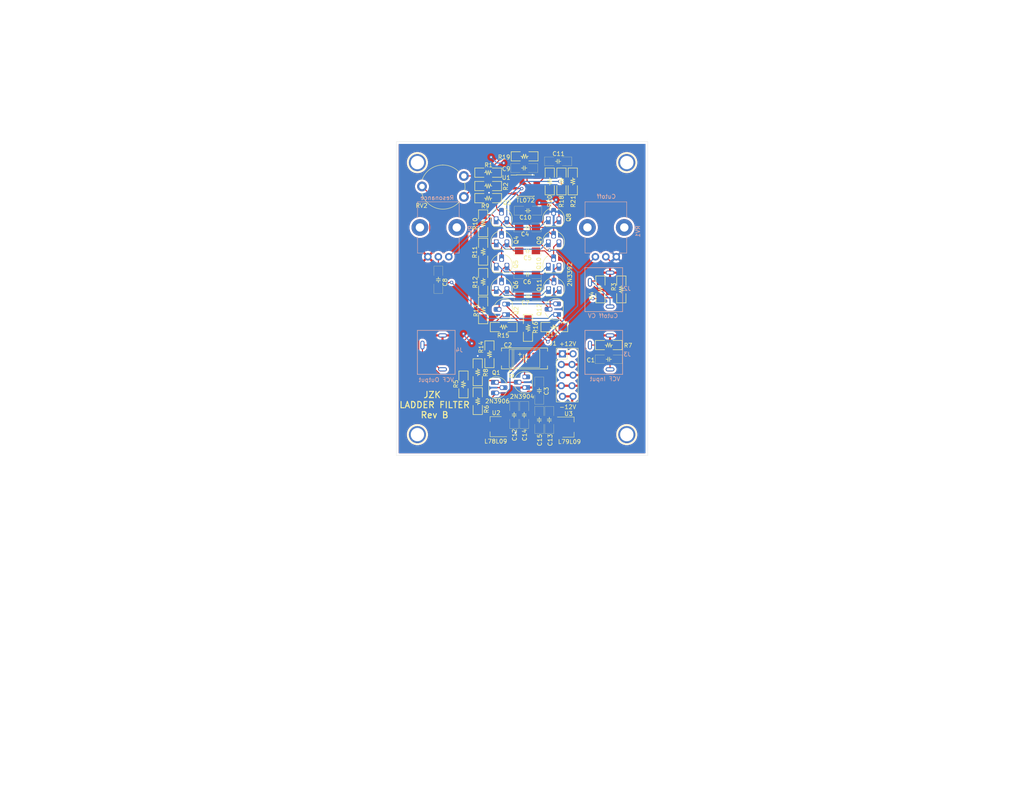
<source format=kicad_pcb>
(kicad_pcb (version 20171130) (host pcbnew "(5.1.0)-1")
  (layers (0 F.Cu signal) (31 B.Cu signal) (34 B.Paste user) (35 F.Paste user) (36 B.SilkS user) (37 F.SilkS user) (38 B.Mask user) (39 F.Mask user) (44 Edge.Cuts user))
  (net 0 "")
  (net 1 "Net-(C1-Pad1)")
  (net 2 "Net-(C1-Pad2)")
  (net 3 "Net-(C2-Pad1)")
  (net 4 GND)
  (net 5 "Net-(C3-Pad1)")
  (net 6 "Net-(C4-Pad2)")
  (net 7 "Net-(C4-Pad1)")
  (net 8 "Net-(C5-Pad1)")
  (net 9 "Net-(C5-Pad2)")
  (net 10 "Net-(C6-Pad1)")
  (net 11 "Net-(C6-Pad2)")
  (net 12 "Net-(C7-Pad2)")
  (net 13 "Net-(C7-Pad1)")
  (net 14 "Net-(C8-Pad2)")
  (net 15 "Net-(C8-Pad1)")
  (net 16 +12V)
  (net 17 -12V)
  (net 18 VCF_Out)
  (net 19 "Net-(C11-Pad2)")
  (net 20 Cutoff_CV)
  (net 21 VCF_In)
  (net 22 "Net-(Q1-Pad2)")
  (net 23 "Net-(Q12-Pad3)")
  (net 24 "Net-(Q3-Pad1)")
  (net 25 "Net-(Q4-Pad1)")
  (net 26 "Net-(Q10-Pad1)")
  (net 27 "Net-(Q11-Pad1)")
  (net 28 "Net-(Q7-Pad3)")
  (net 29 "Net-(R1-Pad1)")
  (net 30 "Net-(R2-Pad1)")
  (net 31 "Net-(R3-Pad2)")
  (net 32 "Net-(R5-Pad2)")
  (net 33 "Net-(R18-Pad2)")
  (net 34 "Net-(R19-Pad1)")
  (net 35 "Net-(R19-Pad2)")
  (net 36 +9V)
  (net 37 -9V)
  (net 38 "Net-(CN1-Pad1)")
  (net 39 "Net-(CN2-Pad1)")
  (net 40 "Net-(CN3-Pad1)")
  (net 41 "Net-(CN4-Pad1)")
  (module Synth:C_1206 (layer F.Cu) (at 150.7 92)
    (fp_text reference C1 (at -4.3 0.2) (layer F.SilkS))
    (fp_text value 2.2uF)
    (pad 2 smd rect (at 2 0) (size 2 1.6) (layers F.Cu F.Paste F.Mask) (net 2 "Net-(C1-Pad2)"))
    (pad 1 smd rect (at -2 0) (size 2 1.6) (layers F.Cu F.Paste F.Mask) (net 1 "Net-(C1-Pad1)"))
  )
  (module Synth:CP_Tantalum_7343 (layer F.Cu) (at 130.575 91.8)
    (fp_text reference C2 (at -3.975 -3.2) (layer F.SilkS))
    (fp_text value 100uF)
    (fp_text user + (at -1.1 -1.05) (layer F.SilkS))
    (pad 2 smd rect (at 3.775 0) (size 3.75 2.7) (layers F.Cu F.Paste F.Mask) (net 4 GND))
    (pad 1 smd rect (at -3.775 0) (size 3.75 2.7) (layers F.Cu F.Paste F.Mask) (net 3 "Net-(C2-Pad1)"))
  )
  (module Synth:C_1206 (layer F.Cu) (at 134.1 99.5 270)
    (fp_text reference C3 (at 0.1 -1.7 270) (layer F.SilkS))
    (fp_text value 0.1uF)
    (pad 2 smd rect (at 2 0 270) (size 2 1.6) (layers F.Cu F.Paste F.Mask) (net 4 GND))
    (pad 1 smd rect (at -2 0 270) (size 2 1.6) (layers F.Cu F.Paste F.Mask) (net 5 "Net-(C3-Pad1)"))
  )
  (module Synth:C_1206 (layer F.Cu) (at 131.3 60.5 180)
    (fp_text reference C4 (at 0.6 -1.6 180) (layer F.SilkS))
    (fp_text value 0.1uF)
    (pad 2 smd rect (at 2 0 180) (size 2 1.6) (layers F.Cu F.Paste F.Mask) (net 6 "Net-(C4-Pad2)"))
    (pad 1 smd rect (at -2 0 180) (size 2 1.6) (layers F.Cu F.Paste F.Mask) (net 7 "Net-(C4-Pad1)"))
  )
  (module Synth:C_1206 (layer F.Cu) (at 131.3 66.1 180)
    (fp_text reference C5 (at 0 -1.7 180) (layer F.SilkS))
    (fp_text value 0.1uF)
    (pad 2 smd rect (at 2 0 180) (size 2 1.6) (layers F.Cu F.Paste F.Mask) (net 9 "Net-(C5-Pad2)"))
    (pad 1 smd rect (at -2 0 180) (size 2 1.6) (layers F.Cu F.Paste F.Mask) (net 8 "Net-(C5-Pad1)"))
  )
  (module Synth:C_1206 (layer F.Cu) (at 131.3 71.7 180)
    (fp_text reference C6 (at 0.1 -1.8 180) (layer F.SilkS))
    (fp_text value 0.1uF)
    (pad 2 smd rect (at 2 0 180) (size 2 1.6) (layers F.Cu F.Paste F.Mask) (net 11 "Net-(C6-Pad2)"))
    (pad 1 smd rect (at -2 0 180) (size 2 1.6) (layers F.Cu F.Paste F.Mask) (net 10 "Net-(C6-Pad1)"))
  )
  (module Synth:C_1206 (layer F.Cu) (at 131.4 76.9 180)
    (fp_text reference C7 (at 0.6 -1.6 180) (layer F.SilkS))
    (fp_text value 0.1uF)
    (pad 2 smd rect (at 2 0 180) (size 2 1.6) (layers F.Cu F.Paste F.Mask) (net 12 "Net-(C7-Pad2)"))
    (pad 1 smd rect (at -2 0 180) (size 2 1.6) (layers F.Cu F.Paste F.Mask) (net 13 "Net-(C7-Pad1)"))
  )
  (module Synth:C_1206 (layer F.Cu) (at 110 73 270)
    (fp_text reference C8 (at 0.6 -1.6 270) (layer F.SilkS))
    (fp_text value 2.2uF)
    (pad 2 smd rect (at 2 0 270) (size 2 1.6) (layers F.Cu F.Paste F.Mask) (net 14 "Net-(C8-Pad2)"))
    (pad 1 smd rect (at -2 0 270) (size 2 1.6) (layers F.Cu F.Paste F.Mask) (net 15 "Net-(C8-Pad1)"))
  )
  (module Synth:C_1206 (layer F.Cu) (at 130.5 46.3 180)
    (fp_text reference C9 (at 4.3 -0.2 180) (layer F.SilkS))
    (fp_text value 0.1uF)
    (pad 2 smd rect (at 2 0 180) (size 2 1.6) (layers F.Cu F.Paste F.Mask) (net 4 GND))
    (pad 1 smd rect (at -2 0 180) (size 2 1.6) (layers F.Cu F.Paste F.Mask) (net 36 +9V))
  )
  (module Synth:C_1206 (layer F.Cu) (at 131.4 56.5 180)
    (fp_text reference C10 (at 0.6 -1.6 180) (layer F.SilkS))
    (fp_text value 0.1uF)
    (pad 2 smd rect (at 2 0 180) (size 2 1.6) (layers F.Cu F.Paste F.Mask) (net 37 -9V))
    (pad 1 smd rect (at -2 0 180) (size 2 1.6) (layers F.Cu F.Paste F.Mask) (net 4 GND))
  )
  (module Synth:C_1206 (layer F.Cu) (at 138.6 44.7 180)
    (fp_text reference C11 (at -0.1 1.8 180) (layer F.SilkS))
    (fp_text value 2.2uF)
    (pad 2 smd rect (at 2 0 180) (size 2 1.6) (layers F.Cu F.Paste F.Mask) (net 19 "Net-(C11-Pad2)"))
    (pad 1 smd rect (at -2 0 180) (size 2 1.6) (layers F.Cu F.Paste F.Mask) (net 18 VCF_Out))
  )
  (module Synth:PinHeader_2x05_P2.54mm_Vertical_Zigzag (layer F.Cu) (at 139.5 90.7)
    (fp_text reference J1 (at -2.1 -2.5) (layer F.SilkS))
    (fp_text value Power)
    (pad 1 thru_hole rect (at 0.127 0) (size 1.7 1.7) (drill 1) (layers *.Cu *.Mask) (net 16 +12V))
    (pad 2 thru_hole oval (at 2.667 0) (size 1.7 1.7) (drill 1) (layers *.Cu *.Mask) (net 16 +12V))
    (pad 3 thru_hole oval (at -0.127 2.54) (size 1.7 1.7) (drill 1) (layers *.Cu *.Mask) (net 4 GND))
    (pad 4 thru_hole oval (at 2.413 2.54) (size 1.7 1.7) (drill 1) (layers *.Cu *.Mask) (net 4 GND))
    (pad 5 thru_hole oval (at 0.127 5.08) (size 1.7 1.7) (drill 1) (layers *.Cu *.Mask) (net 4 GND))
    (pad 6 thru_hole oval (at 2.667 5.08) (size 1.7 1.7) (drill 1) (layers *.Cu *.Mask) (net 4 GND))
    (pad 7 thru_hole oval (at -0.127 7.62) (size 1.7 1.7) (drill 1) (layers *.Cu *.Mask) (net 4 GND))
    (pad 8 thru_hole oval (at 2.413 7.62) (size 1.7 1.7) (drill 1) (layers *.Cu *.Mask) (net 4 GND))
    (pad 9 thru_hole oval (at 0.127 10.16) (size 1.7 1.7) (drill 1) (layers *.Cu *.Mask) (net 17 -12V))
    (pad 10 thru_hole oval (at 2.667 10.16) (size 1.7 1.7) (drill 1) (layers *.Cu *.Mask) (net 17 -12V))
  )
  (module Package_TO_SOT_THT:TO-92_HandSolder (layer F.Cu) (at 123.9 97.5 270)
    (fp_text reference Q1 (at -2.3 0.1) (layer F.SilkS))
    (fp_text value 2N3906 (at 4.5 -0.2) (layer F.SilkS))
    (pad 1 thru_hole rect (at 0 0 270) (size 1.1 1.8) (drill 0.75 (offset 0 0.4)) (layers *.Cu *.Mask) (net 5 "Net-(C3-Pad1)"))
    (pad 3 thru_hole roundrect (at 2.54 0 270) (size 1.1 1.8) (drill 0.75 (offset 0 0.4)) (layers *.Cu *.Mask) (net 37 -9V))
    (pad 2 thru_hole roundrect (at 1.27 -1.27 270) (size 1.1 1.8) (drill 0.75 (offset 0 -0.4)) (layers *.Cu *.Mask) (net 22 "Net-(Q1-Pad2)"))
  )
  (module Package_TO_SOT_THT:TO-92_HandSolder (layer F.Cu) (at 125.8 81.34 90)
    (fp_text reference Q2 (at 0.94 2.8 90) (layer F.SilkS))
    (fp_text value 2N3392)
    (pad 1 thru_hole rect (at 0 0 90) (size 1.1 1.8) (drill 0.75 (offset 0 0.4)) (layers *.Cu *.Mask) (net 1 "Net-(C1-Pad1)"))
    (pad 3 thru_hole roundrect (at 2.54 0 90) (size 1.1 1.8) (drill 0.75 (offset 0 0.4)) (layers *.Cu *.Mask) (net 23 "Net-(Q12-Pad3)"))
    (pad 2 thru_hole roundrect (at 1.27 -1.27 90) (size 1.1 1.8) (drill 0.75 (offset 0 -0.4)) (layers *.Cu *.Mask) (net 12 "Net-(C7-Pad2)"))
  )
  (module Package_TO_SOT_THT:TO-92_HandSolder (layer F.Cu) (at 123.8 58.4)
    (fp_text reference Q3 (at 2.6 -3.8 180) (layer F.SilkS))
    (fp_text value 2N3392)
    (pad 1 thru_hole rect (at 0 0) (size 1.1 1.8) (drill 0.75 (offset 0 0.4)) (layers *.Cu *.Mask) (net 24 "Net-(Q3-Pad1)"))
    (pad 3 thru_hole roundrect (at 2.54 0) (size 1.1 1.8) (drill 0.75 (offset 0 0.4)) (layers *.Cu *.Mask) (net 6 "Net-(C4-Pad2)"))
    (pad 2 thru_hole roundrect (at 1.27 -1.27) (size 1.1 1.8) (drill 0.75 (offset 0 -0.4)) (layers *.Cu *.Mask) (net 36 +9V))
  )
  (module Package_TO_SOT_THT:TO-92_HandSolder (layer F.Cu) (at 123.83 63.9)
    (fp_text reference Q4 (at 4.77 -0.4 90) (layer F.SilkS))
    (fp_text value 2N3392)
    (pad 1 thru_hole rect (at 0 0) (size 1.1 1.8) (drill 0.75 (offset 0 0.4)) (layers *.Cu *.Mask) (net 25 "Net-(Q4-Pad1)"))
    (pad 3 thru_hole roundrect (at 2.54 0) (size 1.1 1.8) (drill 0.75 (offset 0 0.4)) (layers *.Cu *.Mask) (net 9 "Net-(C5-Pad2)"))
    (pad 2 thru_hole roundrect (at 1.27 -1.27) (size 1.1 1.8) (drill 0.75 (offset 0 -0.4)) (layers *.Cu *.Mask) (net 6 "Net-(C4-Pad2)"))
  )
  (module Package_TO_SOT_THT:TO-92_HandSolder (layer F.Cu) (at 123.83 69.47)
    (fp_text reference Q5 (at 4.67 -0.17 90) (layer F.SilkS))
    (fp_text value 2N3392)
    (pad 1 thru_hole rect (at 0 0) (size 1.1 1.8) (drill 0.75 (offset 0 0.4)) (layers *.Cu *.Mask) (net 26 "Net-(Q10-Pad1)"))
    (pad 3 thru_hole roundrect (at 2.54 0) (size 1.1 1.8) (drill 0.75 (offset 0 0.4)) (layers *.Cu *.Mask) (net 11 "Net-(C6-Pad2)"))
    (pad 2 thru_hole roundrect (at 1.27 -1.27) (size 1.1 1.8) (drill 0.75 (offset 0 -0.4)) (layers *.Cu *.Mask) (net 9 "Net-(C5-Pad2)"))
  )
  (module Package_TO_SOT_THT:TO-92_HandSolder (layer F.Cu) (at 123.83 75.07)
    (fp_text reference Q6 (at 4.67 -0.87 90) (layer F.SilkS))
    (fp_text value 2N3392)
    (pad 1 thru_hole rect (at 0 0) (size 1.1 1.8) (drill 0.75 (offset 0 0.4)) (layers *.Cu *.Mask) (net 27 "Net-(Q11-Pad1)"))
    (pad 3 thru_hole roundrect (at 2.54 0) (size 1.1 1.8) (drill 0.75 (offset 0 0.4)) (layers *.Cu *.Mask) (net 12 "Net-(C7-Pad2)"))
    (pad 2 thru_hole roundrect (at 1.27 -1.27) (size 1.1 1.8) (drill 0.75 (offset 0 -0.4)) (layers *.Cu *.Mask) (net 11 "Net-(C6-Pad2)"))
  )
  (module Package_TO_SOT_THT:TO-92_HandSolder (layer F.Cu) (at 130.6 98.74 90)
    (fp_text reference Q7 (at 3.24 -3.1 90) (layer F.SilkS))
    (fp_text value 2N3904 (at -2.16 -0.6 180) (layer F.SilkS))
    (pad 1 thru_hole rect (at 0 0 90) (size 1.1 1.8) (drill 0.75 (offset 0 0.4)) (layers *.Cu *.Mask) (net 4 GND))
    (pad 3 thru_hole roundrect (at 2.54 0 90) (size 1.1 1.8) (drill 0.75 (offset 0 0.4)) (layers *.Cu *.Mask) (net 28 "Net-(Q7-Pad3)"))
    (pad 2 thru_hole roundrect (at 1.27 -1.27 90) (size 1.1 1.8) (drill 0.75 (offset 0 -0.4)) (layers *.Cu *.Mask) (net 5 "Net-(C3-Pad1)"))
  )
  (module Package_TO_SOT_THT:TO-92_HandSolder (layer F.Cu) (at 136.26 58.4)
    (fp_text reference Q8 (at 4.84 -0.3 90) (layer F.SilkS))
    (fp_text value 2N3392)
    (pad 1 thru_hole rect (at 0 0) (size 1.1 1.8) (drill 0.75 (offset 0 0.4)) (layers *.Cu *.Mask) (net 24 "Net-(Q3-Pad1)"))
    (pad 3 thru_hole roundrect (at 2.54 0) (size 1.1 1.8) (drill 0.75 (offset 0 0.4)) (layers *.Cu *.Mask) (net 7 "Net-(C4-Pad1)"))
    (pad 2 thru_hole roundrect (at 1.27 -1.27) (size 1.1 1.8) (drill 0.75 (offset 0 -0.4)) (layers *.Cu *.Mask) (net 36 +9V))
  )
  (module Package_TO_SOT_THT:TO-92_HandSolder (layer F.Cu) (at 136.26 63.9)
    (fp_text reference Q9 (at -2.16 -0.3 90) (layer F.SilkS))
    (fp_text value 2N3392)
    (pad 1 thru_hole rect (at 0 0) (size 1.1 1.8) (drill 0.75 (offset 0 0.4)) (layers *.Cu *.Mask) (net 25 "Net-(Q4-Pad1)"))
    (pad 3 thru_hole roundrect (at 2.54 0) (size 1.1 1.8) (drill 0.75 (offset 0 0.4)) (layers *.Cu *.Mask) (net 8 "Net-(C5-Pad1)"))
    (pad 2 thru_hole roundrect (at 1.27 -1.27) (size 1.1 1.8) (drill 0.75 (offset 0 -0.4)) (layers *.Cu *.Mask) (net 7 "Net-(C4-Pad1)"))
  )
  (module Package_TO_SOT_THT:TO-92_HandSolder (layer F.Cu) (at 136.26 69.5)
    (fp_text reference Q10 (at -2.26 -0.4 90) (layer F.SilkS))
    (fp_text value 2N3392 (at 5.14 2.2 90) (layer F.SilkS))
    (pad 1 thru_hole rect (at 0 0) (size 1.1 1.8) (drill 0.75 (offset 0 0.4)) (layers *.Cu *.Mask) (net 26 "Net-(Q10-Pad1)"))
    (pad 3 thru_hole roundrect (at 2.54 0) (size 1.1 1.8) (drill 0.75 (offset 0 0.4)) (layers *.Cu *.Mask) (net 10 "Net-(C6-Pad1)"))
    (pad 2 thru_hole roundrect (at 1.27 -1.27) (size 1.1 1.8) (drill 0.75 (offset 0 -0.4)) (layers *.Cu *.Mask) (net 8 "Net-(C5-Pad1)"))
  )
  (module Package_TO_SOT_THT:TO-92_HandSolder (layer F.Cu) (at 136.33 75.07)
    (fp_text reference Q11 (at -2.23 -0.77 90) (layer F.SilkS))
    (fp_text value 2N3392)
    (pad 1 thru_hole rect (at 0 0) (size 1.1 1.8) (drill 0.75 (offset 0 0.4)) (layers *.Cu *.Mask) (net 27 "Net-(Q11-Pad1)"))
    (pad 3 thru_hole roundrect (at 2.54 0) (size 1.1 1.8) (drill 0.75 (offset 0 0.4)) (layers *.Cu *.Mask) (net 13 "Net-(C7-Pad1)"))
    (pad 2 thru_hole roundrect (at 1.27 -1.27) (size 1.1 1.8) (drill 0.75 (offset 0 -0.4)) (layers *.Cu *.Mask) (net 10 "Net-(C6-Pad1)"))
  )
  (module Package_TO_SOT_THT:TO-92_HandSolder (layer F.Cu) (at 137.97 81.3 90)
    (fp_text reference Q12 (at 1.1 -3.87 90) (layer F.SilkS))
    (fp_text value 2N3392)
    (pad 1 thru_hole rect (at 0 0 90) (size 1.1 1.8) (drill 0.75 (offset 0 0.4)) (layers *.Cu *.Mask) (net 14 "Net-(C8-Pad2)"))
    (pad 3 thru_hole roundrect (at 2.54 0 90) (size 1.1 1.8) (drill 0.75 (offset 0 0.4)) (layers *.Cu *.Mask) (net 23 "Net-(Q12-Pad3)"))
    (pad 2 thru_hole roundrect (at 1.27 -1.27 90) (size 1.1 1.8) (drill 0.75 (offset 0 -0.4)) (layers *.Cu *.Mask) (net 13 "Net-(C7-Pad1)"))
  )
  (module Synth:R_1206 (layer F.Cu) (at 121.9 47.4)
    (fp_text reference R1 (at 0.1 -1.8) (layer F.SilkS))
    (fp_text value 4.99k)
    (pad 2 smd rect (at 2 0) (size 2 1.7) (layers F.Cu F.Paste F.Mask) (net 4 GND))
    (pad 1 smd rect (at -2 0) (size 2 1.7) (layers F.Cu F.Paste F.Mask) (net 29 "Net-(R1-Pad1)"))
  )
  (module Synth:R_1206 (layer F.Cu) (at 121.9 50.6)
    (fp_text reference R2 (at 4.2 0.1 90) (layer F.SilkS))
    (fp_text value 4.99k)
    (pad 2 smd rect (at 2 0) (size 2 1.7) (layers F.Cu F.Paste F.Mask) (net 37 -9V))
    (pad 1 smd rect (at -2 0) (size 2 1.7) (layers F.Cu F.Paste F.Mask) (net 30 "Net-(R2-Pad1)"))
  )
  (module Synth:R_1206 (layer F.Cu) (at 153.7 75.3 90)
    (fp_text reference R3 (at 0.6 -1.8 90) (layer F.SilkS))
    (fp_text value 100k)
    (pad 2 smd rect (at 2 0 90) (size 2 1.7) (layers F.Cu F.Paste F.Mask) (net 31 "Net-(R3-Pad2)"))
    (pad 1 smd rect (at -2 0 90) (size 2 1.7) (layers F.Cu F.Paste F.Mask) (net 22 "Net-(Q1-Pad2)"))
  )
  (module Synth:R_1206 (layer F.Cu) (at 148.7 75.3 90)
    (fp_text reference R4 (at -1.5 -2.1 90) (layer F.SilkS))
    (fp_text value 33k)
    (pad 2 smd rect (at 2 0 90) (size 2 1.7) (layers F.Cu F.Paste F.Mask) (net 20 Cutoff_CV))
    (pad 1 smd rect (at -2 0 90) (size 2 1.7) (layers F.Cu F.Paste F.Mask) (net 22 "Net-(Q1-Pad2)"))
  )
  (module Synth:R_1206 (layer F.Cu) (at 116 98 90)
    (fp_text reference R5 (at 0.1 -1.8 90) (layer F.SilkS))
    (fp_text value 68.1k)
    (pad 2 smd rect (at 2 0 90) (size 2 1.7) (layers F.Cu F.Paste F.Mask) (net 32 "Net-(R5-Pad2)"))
    (pad 1 smd rect (at -2 0 90) (size 2 1.7) (layers F.Cu F.Paste F.Mask) (net 22 "Net-(Q1-Pad2)"))
  )
  (module Synth:R_1206 (layer F.Cu) (at 119.4 102 270)
    (fp_text reference R6 (at 1.9 -2.1 270) (layer F.SilkS))
    (fp_text value 1.0k)
    (pad 2 smd rect (at 2 0 270) (size 2 1.7) (layers F.Cu F.Paste F.Mask) (net 4 GND))
    (pad 1 smd rect (at -2 0 270) (size 2 1.7) (layers F.Cu F.Paste F.Mask) (net 22 "Net-(Q1-Pad2)"))
  )
  (module Synth:R_1206 (layer F.Cu) (at 150.7 88.6 180)
    (fp_text reference R7 (at -4.6 -0.1 180) (layer F.SilkS))
    (fp_text value 100k)
    (pad 2 smd rect (at 2 0 180) (size 2 1.7) (layers F.Cu F.Paste F.Mask) (net 21 VCF_In))
    (pad 1 smd rect (at -2 0 180) (size 2 1.7) (layers F.Cu F.Paste F.Mask) (net 2 "Net-(C1-Pad2)"))
  )
  (module Synth:R_1206 (layer F.Cu) (at 119.4 95.1 270)
    (fp_text reference R8 (at 0.1 -1.9 270) (layer F.SilkS))
    (fp_text value 12k)
    (pad 2 smd rect (at 2 0 270) (size 2 1.7) (layers F.Cu F.Paste F.Mask) (net 5 "Net-(C3-Pad1)"))
    (pad 1 smd rect (at -2 0 270) (size 2 1.7) (layers F.Cu F.Paste F.Mask) (net 36 +9V))
  )
  (module Synth:R_1206 (layer F.Cu) (at 121.9 53.5 180)
    (fp_text reference R9 (at 0.7 -1.9 180) (layer F.SilkS))
    (fp_text value 2.74k)
    (pad 2 smd rect (at 2 0 180) (size 2 1.7) (layers F.Cu F.Paste F.Mask) (net 24 "Net-(Q3-Pad1)"))
    (pad 1 smd rect (at -2 0 180) (size 2 1.7) (layers F.Cu F.Paste F.Mask) (net 36 +9V))
  )
  (module Synth:R_1206 (layer F.Cu) (at 120.7 59.5 270)
    (fp_text reference R10 (at 0.1 1.9 270) (layer F.SilkS))
    (fp_text value 1.0k)
    (pad 2 smd rect (at 2 0 270) (size 2 1.7) (layers F.Cu F.Paste F.Mask) (net 25 "Net-(Q4-Pad1)"))
    (pad 1 smd rect (at -2 0 270) (size 2 1.7) (layers F.Cu F.Paste F.Mask) (net 24 "Net-(Q3-Pad1)"))
  )
  (module Synth:R_1206 (layer F.Cu) (at 120.7 66.3 270)
    (fp_text reference R11 (at 0.1 2 270) (layer F.SilkS))
    (fp_text value 1.0k)
    (pad 2 smd rect (at 2 0 270) (size 2 1.7) (layers F.Cu F.Paste F.Mask) (net 26 "Net-(Q10-Pad1)"))
    (pad 1 smd rect (at -2 0 270) (size 2 1.7) (layers F.Cu F.Paste F.Mask) (net 25 "Net-(Q4-Pad1)"))
  )
  (module Synth:R_1206 (layer F.Cu) (at 120.7 73.5 270)
    (fp_text reference R12 (at 0.1 1.9 270) (layer F.SilkS))
    (fp_text value 1.0k)
    (pad 2 smd rect (at 2 0 270) (size 2 1.7) (layers F.Cu F.Paste F.Mask) (net 27 "Net-(Q11-Pad1)"))
    (pad 1 smd rect (at -2 0 270) (size 2 1.7) (layers F.Cu F.Paste F.Mask) (net 26 "Net-(Q10-Pad1)"))
  )
  (module Synth:R_1206 (layer F.Cu) (at 120.7 80.3 270)
    (fp_text reference R13 (at 0.1 1.7 270) (layer F.SilkS))
    (fp_text value 1.0k)
    (pad 2 smd rect (at 2 0 270) (size 2 1.7) (layers F.Cu F.Paste F.Mask) (net 3 "Net-(C2-Pad1)"))
    (pad 1 smd rect (at -2 0 270) (size 2 1.7) (layers F.Cu F.Paste F.Mask) (net 27 "Net-(Q11-Pad1)"))
  )
  (module Synth:R_1206 (layer F.Cu) (at 122.2 90.8 270)
    (fp_text reference R14 (at -1.7 2 270) (layer F.SilkS))
    (fp_text value 2.74k)
    (pad 2 smd rect (at 2 0 270) (size 2 1.7) (layers F.Cu F.Paste F.Mask) (net 4 GND))
    (pad 1 smd rect (at -2 0 270) (size 2 1.7) (layers F.Cu F.Paste F.Mask) (net 3 "Net-(C2-Pad1)"))
  )
  (module Synth:R_1206 (layer F.Cu) (at 125.6 84.3)
    (fp_text reference R15 (at -0.1 2) (layer F.SilkS))
    (fp_text value 1.0k)
    (pad 2 smd rect (at 2 0) (size 2 1.7) (layers F.Cu F.Paste F.Mask) (net 3 "Net-(C2-Pad1)"))
    (pad 1 smd rect (at -2 0) (size 2 1.7) (layers F.Cu F.Paste F.Mask) (net 1 "Net-(C1-Pad1)"))
  )
  (module Synth:R_1206 (layer F.Cu) (at 131.4 84.5 270)
    (fp_text reference R16 (at -0.1 -1.8 270) (layer F.SilkS))
    (fp_text value 1.0k)
    (pad 2 smd rect (at 2 0 270) (size 2 1.7) (layers F.Cu F.Paste F.Mask) (net 28 "Net-(Q7-Pad3)"))
    (pad 1 smd rect (at -2 0 270) (size 2 1.7) (layers F.Cu F.Paste F.Mask) (net 23 "Net-(Q12-Pad3)"))
  )
  (module Synth:R_1206 (layer F.Cu) (at 137.7 84.3 180)
    (fp_text reference R17 (at 0.6 -1.8 180) (layer F.SilkS))
    (fp_text value 1.0k)
    (pad 2 smd rect (at 2 0 180) (size 2 1.7) (layers F.Cu F.Paste F.Mask) (net 3 "Net-(C2-Pad1)"))
    (pad 1 smd rect (at -2 0 180) (size 2 1.7) (layers F.Cu F.Paste F.Mask) (net 14 "Net-(C8-Pad2)"))
  )
  (module Synth:R_1206 (layer F.Cu) (at 139.4 49.5 270)
    (fp_text reference R18 (at 4.8 0 270) (layer F.SilkS))
    (fp_text value 12k)
    (pad 2 smd rect (at 2 0 270) (size 2 1.7) (layers F.Cu F.Paste F.Mask) (net 33 "Net-(R18-Pad2)"))
    (pad 1 smd rect (at -2 0 270) (size 2 1.7) (layers F.Cu F.Paste F.Mask) (net 19 "Net-(C11-Pad2)"))
  )
  (module Synth:R_1206 (layer F.Cu) (at 130.6 43.5 180)
    (fp_text reference R19 (at 4.9 -0.2 180) (layer F.SilkS))
    (fp_text value 100)
    (pad 2 smd rect (at 2 0 180) (size 2 1.7) (layers F.Cu F.Paste F.Mask) (net 35 "Net-(R19-Pad2)"))
    (pad 1 smd rect (at -2 0 180) (size 2 1.7) (layers F.Cu F.Paste F.Mask) (net 34 "Net-(R19-Pad1)"))
  )
  (module Synth:R_1206 (layer F.Cu) (at 136.6 49.5 270)
    (fp_text reference R20 (at 4.7 0 270) (layer F.SilkS))
    (fp_text value 6.81k)
    (pad 2 smd rect (at 2 0 270) (size 2 1.7) (layers F.Cu F.Paste F.Mask) (net 34 "Net-(R19-Pad1)"))
    (pad 1 smd rect (at -2 0 270) (size 2 1.7) (layers F.Cu F.Paste F.Mask) (net 19 "Net-(C11-Pad2)"))
  )
  (module Synth:R_1206 (layer F.Cu) (at 142.1 49.5 270)
    (fp_text reference R21 (at 4.8 -0.1 270) (layer F.SilkS))
    (fp_text value 100k)
    (pad 2 smd rect (at 2 0 270) (size 2 1.7) (layers F.Cu F.Paste F.Mask) (net 4 GND))
    (pad 1 smd rect (at -2 0 270) (size 2 1.7) (layers F.Cu F.Paste F.Mask) (net 18 VCF_Out))
  )
  (module Potentiometer_THT:Potentiometer_Piher_PT-10-V10_Vertical (layer F.Cu) (at 116.1 48.2 180)
    (fp_text reference RV2 (at 10.1 -7.1 180) (layer F.SilkS))
    (fp_text value 10k)
    (pad 1 thru_hole circle (at 0 0 180) (size 2.34 2.34) (drill 1.3) (layers *.Cu *.Mask) (net 29 "Net-(R1-Pad1)"))
    (pad 2 thru_hole circle (at 10 -2.5 180) (size 2.34 2.34) (drill 1.3) (layers *.Cu *.Mask) (net 32 "Net-(R5-Pad2)"))
    (pad 3 thru_hole circle (at 0 -5 180) (size 2.34 2.34) (drill 1.3) (layers *.Cu *.Mask) (net 30 "Net-(R2-Pad1)"))
  )
  (module Package_SO:SOIC-8_3.9x4.9mm_P1.27mm (layer F.Cu) (at 130.8 50.505)
    (fp_text reference U1 (at -4.6 -1.905) (layer F.SilkS))
    (fp_text value TL072 (at 0 3.5) (layer F.SilkS))
    (pad 8 smd rect (at 2.7 -1.905) (size 1.55 0.6) (layers F.Cu F.Paste F.Mask) (net 36 +9V))
    (pad 7 smd rect (at 2.7 -0.635) (size 1.55 0.6) (layers F.Cu F.Paste F.Mask) (net 19 "Net-(C11-Pad2)"))
    (pad 6 smd rect (at 2.7 0.635) (size 1.55 0.6) (layers F.Cu F.Paste F.Mask) (net 34 "Net-(R19-Pad1)"))
    (pad 5 smd rect (at 2.7 1.905) (size 1.55 0.6) (layers F.Cu F.Paste F.Mask) (net 7 "Net-(C4-Pad1)"))
    (pad 4 smd rect (at -2.7 1.905) (size 1.55 0.6) (layers F.Cu F.Paste F.Mask) (net 37 -9V))
    (pad 3 smd rect (at -2.7 0.635) (size 1.55 0.6) (layers F.Cu F.Paste F.Mask) (net 6 "Net-(C4-Pad2)"))
    (pad 2 smd rect (at -2.7 -0.635) (size 1.55 0.6) (layers F.Cu F.Paste F.Mask) (net 35 "Net-(R19-Pad2)"))
    (pad 1 smd rect (at -2.7 -1.905) (size 1.55 0.6) (layers F.Cu F.Paste F.Mask) (net 35 "Net-(R19-Pad2)"))
  )
  (module Synth:C_1206 (layer F.Cu) (at 128.1 105.3 270)
    (fp_text reference C12 (at 4.8 -0.1 270) (layer F.SilkS))
    (fp_text value 2.2uF)
    (pad 2 smd rect (at 2 0 270) (size 2 1.6) (layers F.Cu F.Paste F.Mask) (net 4 GND))
    (pad 1 smd rect (at -2 0 270) (size 2 1.6) (layers F.Cu F.Paste F.Mask) (net 16 +12V))
  )
  (module Synth:C_1206 (layer F.Cu) (at 136.5 106.5 270)
    (fp_text reference C13 (at 4.8 -0.2 270) (layer F.SilkS))
    (fp_text value 2.2uF)
    (pad 2 smd rect (at 2 0 270) (size 2 1.6) (layers F.Cu F.Paste F.Mask) (net 17 -12V))
    (pad 1 smd rect (at -2 0 270) (size 2 1.6) (layers F.Cu F.Paste F.Mask) (net 4 GND))
  )
  (module Synth:C_1206 (layer F.Cu) (at 130.5 105.3 90)
    (fp_text reference C14 (at -4.8 0.1 90) (layer F.SilkS))
    (fp_text value 0.1uF)
    (pad 2 smd rect (at 2 0 90) (size 2 1.6) (layers F.Cu F.Paste F.Mask) (net 4 GND))
    (pad 1 smd rect (at -2 0 90) (size 2 1.6) (layers F.Cu F.Paste F.Mask) (net 36 +9V))
  )
  (module Synth:C_1206 (layer F.Cu) (at 134.1 106.5 270)
    (fp_text reference C15 (at 4.8 -0.1 270) (layer F.SilkS))
    (fp_text value 0.1uF)
    (pad 2 smd rect (at 2 0 270) (size 2 1.6) (layers F.Cu F.Paste F.Mask) (net 37 -9V))
    (pad 1 smd rect (at -2 0 270) (size 2 1.6) (layers F.Cu F.Paste F.Mask) (net 4 GND))
  )
  (module Package_TO_SOT_SMD:SOT-89-3 (layer F.Cu) (at 124.134 108.1 180)
    (fp_text reference U2 (at 0.3335 3.3 180) (layer F.SilkS))
    (fp_text value L78L09 (at 0.4335 -3.5 180) (layer F.SilkS))
    (pad 2 smd trapezoid (at -0.0762 0 270) (size 1.5 1) (rect_delta 0 0.7) (layers F.Cu F.Paste F.Mask) (net 4 GND))
    (pad 2 smd rect (at 1.3335 0 90) (size 2.2 1.84) (layers F.Cu F.Paste F.Mask) (net 4 GND))
    (pad 3 smd rect (at -1.48 1.5 90) (size 1 1.5) (layers F.Cu F.Paste F.Mask) (net 16 +12V))
    (pad 2 smd rect (at -1.3335 0 90) (size 1 1.8) (layers F.Cu F.Paste F.Mask) (net 4 GND))
    (pad 1 smd rect (at -1.48 -1.5 90) (size 1 1.5) (layers F.Cu F.Paste F.Mask) (net 36 +9V))
    (pad 2 smd trapezoid (at 2.667 0 90) (size 1.6 0.85) (rect_delta 0 0.6) (layers F.Cu F.Paste F.Mask) (net 4 GND))
  )
  (module Package_TO_SOT_SMD:SOT-89-3 (layer F.Cu) (at 140.634 108.2)
    (fp_text reference U3 (at 0.45 -3.2) (layer F.SilkS))
    (fp_text value L79L09 (at 0.6665 3.5) (layer F.SilkS))
    (pad 2 smd trapezoid (at -0.0762 0 90) (size 1.5 1) (rect_delta 0 0.7) (layers F.Cu F.Paste F.Mask) (net 17 -12V))
    (pad 2 smd rect (at 1.3335 0 270) (size 2.2 1.84) (layers F.Cu F.Paste F.Mask) (net 17 -12V))
    (pad 3 smd rect (at -1.48 1.5 270) (size 1 1.5) (layers F.Cu F.Paste F.Mask) (net 37 -9V))
    (pad 2 smd rect (at -1.3335 0 270) (size 1 1.8) (layers F.Cu F.Paste F.Mask) (net 17 -12V))
    (pad 1 smd rect (at -1.48 -1.5 270) (size 1 1.5) (layers F.Cu F.Paste F.Mask) (net 4 GND))
    (pad 2 smd trapezoid (at 2.667 0 270) (size 1.6 0.85) (rect_delta 0 0.6) (layers F.Cu F.Paste F.Mask) (net 17 -12V))
  )
  (module Synth:Schurter_4832_Jack (layer B.Cu) (at 150 75)
    (fp_text reference J2 (at 5.1 0.1) (layer B.SilkS) (effects (justify mirror)))
    (fp_text value 4832)
    (pad 3 thru_hole oval (at 1 4.4 90) (size 1 2.1) (drill oval 0.5 1.6) (layers *.Cu *.Mask) (net 20 Cutoff_CV))
    (pad 2 thru_hole oval (at -3.8 -1.4 180) (size 1 2.1) (drill oval 0.5 1.6) (layers *.Cu *.Mask) (net 20 Cutoff_CV))
    (pad 1 thru_hole oval (at 1 -3.7 270) (size 1 2.1) (drill oval 0.5 1.6) (layers *.Cu *.Mask) (net 4 GND))
  )
  (module Synth:Schurter_4832_Jack (layer B.Cu) (at 150 90)
    (fp_text reference J3 (at 5.1 0.8) (layer B.SilkS) (effects (justify mirror)))
    (fp_text value 4832)
    (pad 3 thru_hole oval (at 1 4.4 90) (size 1 2.1) (drill oval 0.5 1.6) (layers *.Cu *.Mask) (net 21 VCF_In))
    (pad 2 thru_hole oval (at -3.8 -1.4 180) (size 1 2.1) (drill oval 0.5 1.6) (layers *.Cu *.Mask) (net 21 VCF_In))
    (pad 1 thru_hole oval (at 1 -3.7 270) (size 1 2.1) (drill oval 0.5 1.6) (layers *.Cu *.Mask) (net 4 GND))
  )
  (module Synth:Schurter_4832_Jack (layer B.Cu) (at 110 90)
    (fp_text reference J4 (at 5 -0.2) (layer B.SilkS) (effects (justify mirror)))
    (fp_text value 4832)
    (pad 3 thru_hole oval (at 1 4.4 90) (size 1 2.1) (drill oval 0.5 1.6) (layers *.Cu *.Mask) (net 18 VCF_Out))
    (pad 2 thru_hole oval (at -3.8 -1.4 180) (size 1 2.1) (drill oval 0.5 1.6) (layers *.Cu *.Mask) (net 18 VCF_Out))
    (pad 1 thru_hole oval (at 1 -3.7 270) (size 1 2.1) (drill oval 0.5 1.6) (layers *.Cu *.Mask) (net 4 GND))
  )
  (module Synth:Potentiometer_Bourns_PTV09A-1_Single_Vertical (layer B.Cu) (at 150 60 90)
    (fp_text reference RV1 (at -1.45 7.65 90) (layer B.SilkS) (effects (justify mirror)))
    (fp_text value 10k)
    (pad 3 thru_hole circle (at -7.5 2.5 90) (size 1.8 1.8) (drill 1) (layers *.Cu *.Mask) (net 36 +9V))
    (pad 2 thru_hole circle (at -7.5 0 90) (size 1.8 1.8) (drill 1) (layers *.Cu *.Mask) (net 31 "Net-(R3-Pad2)"))
    (pad 1 thru_hole circle (at -7.5 -2.5 90) (size 1.8 1.8) (drill 1) (layers *.Cu *.Mask) (net 37 -9V))
    (pad "" np_thru_hole circle (at -0.5 4.4 90) (size 4 4) (drill 2) (layers *.Cu *.Mask))
    (pad "" np_thru_hole circle (at -0.5 -4.4 90) (size 4 4) (drill 2) (layers *.Cu *.Mask))
  )
  (module Synth:Potentiometer_Bourns_PTV09A-1_Single_Vertical (layer B.Cu) (at 110 60 90)
    (fp_text reference RV3 (at -1.45 7.65 90) (layer B.SilkS) (effects (justify mirror)))
    (fp_text value 10kA)
    (pad 3 thru_hole circle (at -7.5 2.5 90) (size 1.8 1.8) (drill 1) (layers *.Cu *.Mask) (net 33 "Net-(R18-Pad2)"))
    (pad 2 thru_hole circle (at -7.5 0 90) (size 1.8 1.8) (drill 1) (layers *.Cu *.Mask) (net 15 "Net-(C8-Pad1)"))
    (pad 1 thru_hole circle (at -7.5 -2.5 90) (size 1.8 1.8) (drill 1) (layers *.Cu *.Mask) (net 4 GND))
    (pad "" np_thru_hole circle (at -0.5 4.4 90) (size 4 4) (drill 2) (layers *.Cu *.Mask))
    (pad "" np_thru_hole circle (at -0.5 -4.4 90) (size 4 4) (drill 2) (layers *.Cu *.Mask))
  )
  (module Synth:M3_Screw_Hole (layer F.Cu) (at 105 110)
    (fp_text reference CN1 hide)
    (fp_text value M3_Screw hide)
    (pad 1 thru_hole circle (at 0 0) (size 4.064 4.064) (drill 3.2) (layers *.Cu *.Mask) (net 38 "Net-(CN1-Pad1)"))
  )
  (module Synth:M3_Screw_Hole (layer F.Cu) (at 155 110)
    (fp_text reference CN2 hide)
    (fp_text value M3_Screw hide)
    (pad 1 thru_hole circle (at 0 0) (size 4.064 4.064) (drill 3.2) (layers *.Cu *.Mask) (net 39 "Net-(CN2-Pad1)"))
  )
  (module Synth:M3_Screw_Hole (layer F.Cu) (at 105 45)
    (fp_text reference CN3 hide)
    (fp_text value M3_Screw hide)
    (pad 1 thru_hole circle (at 0 0) (size 4.064 4.064) (drill 3.2) (layers *.Cu *.Mask) (net 40 "Net-(CN3-Pad1)"))
  )
  (module Synth:M3_Screw_Hole (layer F.Cu) (at 155 45)
    (fp_text reference CN4 hide)
    (fp_text value M3_Screw hide)
    (pad 1 thru_hole circle (at 0 0) (size 4.064 4.064) (drill 3.2) (layers *.Cu *.Mask) (net 41 "Net-(CN4-Pad1)"))
  )
  (gr_text "VCF Output" (at 109.5 96.9) (layer B.SilkS) (effects (font (size 1 1)) (justify mirror)))
  (gr_text "VCF Input" (at 149.8 96.7) (layer B.SilkS) (effects (font (size 1 1)) (justify mirror)))
  (gr_text "Cutoff CV" (at 149.3 81.6) (layer B.SilkS) (effects (font (size 1 1)) (justify mirror)))
  (gr_text Cutoff (at 150.1 53.1) (layer B.SilkS) (effects (font (size 1 1)) (justify mirror)))
  (gr_text Resonance (at 109.7 53.4) (layer B.SilkS) (effects (font (size 1 1)) (justify mirror)))
  (gr_text -12V (at 140.9 103.4) (layer F.SilkS) (effects (font (size 1 1))))
  (gr_text +12V (at 140.9 88.3) (layer F.SilkS) (effects (font (size 1 1))))
  (gr_text "JZK \nLADDER FILTER\nRev B" (at 109.1 102.9) (layer F.SilkS) (effects (font (size 1.5 1.5) (thickness 0.25))))
  (gr_line (start 100 115) (end 100 40) (layer Edge.Cuts) (width 0.05))
  (gr_line (start 160 115) (end 100 115) (layer Edge.Cuts) (width 0.05))
  (gr_line (start 160 40) (end 160 115) (layer Edge.Cuts) (width 0.05))
  (gr_line (start 100 40) (end 160 40) (layer Edge.Cuts) (width 0.05))
  (segment (start 123.6 84.3) (end 123.6 83.2) (width 0.25) (layer F.Cu) (net 1))
  (segment (start 123.6 83.2) (end 125.46 81.34) (width 0.25) (layer F.Cu) (net 1))
  (segment (start 125.46 81.34) (end 125.8 81.34) (width 0.25) (layer F.Cu) (net 1))
  (segment (start 146.5957 92) (end 148.7 92) (width 0.25) (layer F.Cu) (net 1))
  (segment (start 145.19785 90.60215) (end 146.5957 92) (width 0.25) (layer F.Cu) (net 1))
  (segment (start 145.19785 89.39785) (end 145.19785 90.60215) (width 0.25) (layer F.Cu) (net 1))
  (segment (start 138.08745 85.01255) (end 140.7841 87.7092) (width 0.25) (layer F.Cu) (net 1))
  (segment (start 143.5092 87.7092) (end 145.19785 89.39785) (width 0.25) (layer F.Cu) (net 1))
  (segment (start 140.7841 87.7092) (end 143.5092 87.7092) (width 0.25) (layer F.Cu) (net 1))
  (segment (start 138.08745 84.18745) (end 138.08745 85.01255) (width 0.25) (layer F.Cu) (net 1))
  (segment (start 125.8 81.34) (end 127.4253 81.34) (width 0.25) (layer F.Cu) (net 1))
  (segment (start 129.9349 83.8496) (end 133.2001 83.8496) (width 0.25) (layer F.Cu) (net 1))
  (segment (start 133.2001 83.8496) (end 133.9251 83.1246) (width 0.25) (layer F.Cu) (net 1))
  (segment (start 127.4253 81.34) (end 129.9349 83.8496) (width 0.25) (layer F.Cu) (net 1))
  (segment (start 133.9251 83.1246) (end 137.0246 83.1246) (width 0.25) (layer F.Cu) (net 1))
  (segment (start 137.0246 83.1246) (end 138.08745 84.18745) (width 0.25) (layer F.Cu) (net 1))
  (segment (start 152.7 92) (end 152.7 88.6) (width 0.25) (layer F.Cu) (net 2))
  (segment (start 126.8 90.2) (end 126.8 85.1) (width 0.25) (layer F.Cu) (net 3))
  (segment (start 126.8 85.1) (end 127.6 84.3) (width 0.25) (layer F.Cu) (net 3))
  (segment (start 126.8 91.8) (end 126.8 90.2) (width 0.25) (layer F.Cu) (net 3))
  (segment (start 120.7 82.3) (end 120.7 88.4) (width 0.25) (layer F.Cu) (net 3))
  (segment (start 120.7 88.4) (end 121.1 88.8) (width 0.25) (layer F.Cu) (net 3))
  (segment (start 121.1 88.8) (end 122.2 88.8) (width 0.25) (layer F.Cu) (net 3))
  (segment (start 127.6 84.3) (end 135.7 84.3) (width 0.25) (layer F.Cu) (net 3))
  (segment (start 126.8 91.8) (end 126.8 90.2) (width 0.25) (layer F.Cu) (net 3))
  (segment (start 126.8 90.2) (end 125.4 88.8) (width 0.25) (layer F.Cu) (net 3))
  (segment (start 125.4 88.8) (end 122.2 88.8) (width 0.25) (layer F.Cu) (net 3))
  (segment (start 125.8675 108.1) (end 125.4675 108.1) (width 0.25) (layer F.Cu) (net 4))
  (segment (start 126.6675 107.3) (end 125.8675 108.1) (width 0.25) (layer F.Cu) (net 4))
  (segment (start 128.1 107.3) (end 126.6675 107.3) (width 0.25) (layer F.Cu) (net 4))
  (segment (start 125.4675 108.1) (end 122.8005 108.1) (width 0.25) (layer F.Cu) (net 4))
  (segment (start 122.8005 108.1) (end 121.467 108.1) (width 0.25) (layer F.Cu) (net 4))
  (via (at 118 88.2) (size 0.8) (drill 0.4) (layers F.Cu B.Cu) (net 4))
  (via (at 116 85.9) (size 0.8) (drill 0.4) (layers F.Cu B.Cu) (net 4))
  (segment (start 116 86.2) (end 116 85.9) (width 0.25) (layer B.Cu) (net 4))
  (segment (start 118 88.2) (end 116 86.2) (width 0.25) (layer B.Cu) (net 4))
  (via (at 125.6 45.1) (size 0.8) (drill 0.4) (layers F.Cu B.Cu) (net 4))
  (via (at 122.6 43.7) (size 0.8) (drill 0.4) (layers F.Cu B.Cu) (net 4))
  (segment (start 124 45.1) (end 122.6 43.7) (width 0.25) (layer B.Cu) (net 4))
  (segment (start 125.6 45.1) (end 124 45.1) (width 0.25) (layer B.Cu) (net 4))
  (via (at 134.1 54.6) (size 0.8) (drill 0.4) (layers F.Cu B.Cu) (net 4))
  (via (at 138.1 53.9) (size 0.8) (drill 0.4) (layers F.Cu B.Cu) (net 4))
  (segment (start 137.4 54.6) (end 138.1 53.9) (width 0.25) (layer B.Cu) (net 4))
  (segment (start 134.1 54.6) (end 137.4 54.6) (width 0.25) (layer B.Cu) (net 4))
  (segment (start 123.9 97.5) (end 123.5 97.1) (width 0.25) (layer F.Cu) (net 5))
  (segment (start 123.5 97.1) (end 119.4 97.1) (width 0.25) (layer F.Cu) (net 5))
  (segment (start 129.33 97.47) (end 129.36 97.5) (width 0.25) (layer F.Cu) (net 5))
  (segment (start 129.36 97.5) (end 134.1 97.5) (width 0.25) (layer F.Cu) (net 5))
  (segment (start 123.9 97.5) (end 129.3 97.5) (width 0.25) (layer F.Cu) (net 5))
  (segment (start 129.3 97.5) (end 129.33 97.47) (width 0.25) (layer F.Cu) (net 5))
  (segment (start 129.9 51.2) (end 128.16 51.2) (width 0.25) (layer F.Cu) (net 6))
  (segment (start 128.16 51.2) (end 128.1 51.14) (width 0.25) (layer F.Cu) (net 6))
  (segment (start 126.34 58.4) (end 126.34 54.76) (width 0.25) (layer B.Cu) (net 6))
  (segment (start 126.34 54.76) (end 129.9 51.2) (width 0.25) (layer B.Cu) (net 6))
  (segment (start 129.3 60.5) (end 128.05 60.5) (width 0.25) (layer F.Cu) (net 6))
  (segment (start 128.05 60.5) (end 126.34 58.79) (width 0.25) (layer F.Cu) (net 6))
  (segment (start 126.34 58.79) (end 126.34 58.4) (width 0.25) (layer F.Cu) (net 6))
  (segment (start 125.1 62.63) (end 125.1 59.64) (width 0.25) (layer F.Cu) (net 6))
  (segment (start 125.1 59.64) (end 126.34 58.4) (width 0.25) (layer F.Cu) (net 6))
  (via (at 129.9 51.2) (size 0.8) (layers F.Cu B.Cu) (net 6))
  (segment (start 138.8 58.4) (end 138.8 56.2515) (width 0.25) (layer F.Cu) (net 7))
  (segment (start 138.8 56.2515) (end 134.959 52.41) (width 0.25) (layer F.Cu) (net 7))
  (segment (start 134.959 52.41) (end 133.5 52.41) (width 0.25) (layer F.Cu) (net 7))
  (segment (start 137.53 62.63) (end 137.53 59.67) (width 0.25) (layer F.Cu) (net 7))
  (segment (start 137.53 59.67) (end 138.8 58.4) (width 0.25) (layer F.Cu) (net 7))
  (segment (start 137.53 62.63) (end 135.4 60.5) (width 0.25) (layer F.Cu) (net 7))
  (segment (start 135.4 60.5) (end 133.3 60.5) (width 0.25) (layer F.Cu) (net 7))
  (segment (start 137.53 68.23) (end 137.53 65.17) (width 0.25) (layer F.Cu) (net 8))
  (segment (start 137.53 65.17) (end 138.8 63.9) (width 0.25) (layer F.Cu) (net 8))
  (segment (start 137.53 68.23) (end 135.4 66.1) (width 0.25) (layer F.Cu) (net 8))
  (segment (start 135.4 66.1) (end 133.3 66.1) (width 0.25) (layer F.Cu) (net 8))
  (segment (start 129.3 66.1) (end 128.05 66.1) (width 0.25) (layer F.Cu) (net 9))
  (segment (start 128.05 66.1) (end 126.37 64.42) (width 0.25) (layer F.Cu) (net 9))
  (segment (start 126.37 64.42) (end 126.37 63.9) (width 0.25) (layer F.Cu) (net 9))
  (segment (start 125.1 68.2) (end 125.1 65.17) (width 0.25) (layer F.Cu) (net 9))
  (segment (start 125.1 65.17) (end 126.37 63.9) (width 0.25) (layer F.Cu) (net 9))
  (segment (start 133.3 71.7) (end 135.5 71.7) (width 0.25) (layer F.Cu) (net 10))
  (segment (start 135.5 71.7) (end 137.6 73.8) (width 0.25) (layer F.Cu) (net 10))
  (segment (start 137.6 73.8) (end 137.6 70.7) (width 0.25) (layer F.Cu) (net 10))
  (segment (start 137.6 70.7) (end 138.8 69.5) (width 0.25) (layer F.Cu) (net 10))
  (segment (start 129.3 71.7) (end 128.05 71.7) (width 0.25) (layer F.Cu) (net 11))
  (segment (start 128.05 71.7) (end 126.37 70.02) (width 0.25) (layer F.Cu) (net 11))
  (segment (start 126.37 70.02) (end 126.37 69.47) (width 0.25) (layer F.Cu) (net 11))
  (segment (start 125.1 73.8) (end 125.1 70.74) (width 0.25) (layer F.Cu) (net 11))
  (segment (start 125.1 70.74) (end 126.37 69.47) (width 0.25) (layer F.Cu) (net 11))
  (segment (start 129.4 76.9) (end 128.15 76.9) (width 0.25) (layer F.Cu) (net 12))
  (segment (start 128.15 76.9) (end 126.37 75.12) (width 0.25) (layer F.Cu) (net 12))
  (segment (start 126.37 75.12) (end 126.37 75.07) (width 0.25) (layer F.Cu) (net 12))
  (segment (start 124.53 80.07) (end 124.53 76.91) (width 0.25) (layer F.Cu) (net 12))
  (segment (start 124.53 76.91) (end 126.37 75.07) (width 0.25) (layer F.Cu) (net 12))
  (segment (start 136.7 80) (end 136.7 77.24) (width 0.25) (layer F.Cu) (net 13))
  (segment (start 136.7 77.24) (end 138.87 75.07) (width 0.25) (layer F.Cu) (net 13))
  (segment (start 136.7 80.03) (end 136.7 80) (width 0.25) (layer F.Cu) (net 13))
  (segment (start 136.7 80.03) (end 136.7 80) (width 0.25) (layer F.Cu) (net 13))
  (segment (start 136.7 80) (end 133.6 76.9) (width 0.25) (layer F.Cu) (net 13))
  (segment (start 133.6 76.9) (end 133.4 76.9) (width 0.25) (layer F.Cu) (net 13))
  (segment (start 137.97 81.3) (end 137.1447 81.3) (width 0.25) (layer B.Cu) (net 14))
  (segment (start 110 75) (end 111.1253 75) (width 0.25) (layer F.Cu) (net 14))
  (segment (start 113.1545 73.6278) (end 112.4975 73.6278) (width 0.25) (layer F.Cu) (net 14))
  (segment (start 112.4975 73.6278) (end 111.1253 75) (width 0.25) (layer F.Cu) (net 14))
  (segment (start 137.1447 81.3) (end 136.2107 82.234) (width 0.25) (layer B.Cu) (net 14))
  (segment (start 136.2107 82.234) (end 121.7607 82.234) (width 0.25) (layer B.Cu) (net 14))
  (segment (start 121.7607 82.234) (end 113.1545 73.6278) (width 0.25) (layer B.Cu) (net 14))
  (segment (start 139.7 84.3) (end 139.7 83.2) (width 0.25) (layer F.Cu) (net 14))
  (segment (start 139.7 83.2) (end 137.97 81.47) (width 0.25) (layer F.Cu) (net 14))
  (segment (start 137.97 81.47) (end 137.97 81.3) (width 0.25) (layer F.Cu) (net 14))
  (via (at 113.1545 73.6278) (size 0.8) (layers F.Cu B.Cu) (net 14))
  (segment (start 110 71) (end 110 67.5) (width 0.25) (layer F.Cu) (net 15))
  (segment (start 139.627 90.7) (end 142.167 90.7) (width 0.508) (layer F.Cu) (net 16))
  (segment (start 128.1 103.3) (end 128.1 103.1) (width 0.508) (layer F.Cu) (net 16))
  (segment (start 128.1 103.1) (end 131.456 99.744) (width 0.508) (layer F.Cu) (net 16))
  (segment (start 131.456 99.744) (end 134.656 99.744) (width 0.508) (layer F.Cu) (net 16))
  (segment (start 134.656 99.744) (end 137.7 96.7) (width 0.508) (layer F.Cu) (net 16))
  (segment (start 137.7 96.7) (end 137.7 91.269) (width 0.508) (layer F.Cu) (net 16))
  (segment (start 137.7 91.269) (end 138.269 90.7) (width 0.508) (layer F.Cu) (net 16))
  (segment (start 138.269 90.7) (end 139.627 90.7) (width 0.508) (layer F.Cu) (net 16))
  (segment (start 125.614 106.6) (end 125.614 105.786) (width 0.508) (layer F.Cu) (net 16))
  (segment (start 125.614 105.786) (end 128.1 103.3) (width 0.508) (layer F.Cu) (net 16))
  (segment (start 143.3 108.2) (end 143.301 108.2) (width 0.25) (layer F.Cu) (net 17))
  (segment (start 141.9675 108.2) (end 143.3 108.2) (width 0.508) (layer F.Cu) (net 17))
  (segment (start 140.5578 108.2) (end 141.967 108.2) (width 0.508) (layer F.Cu) (net 17))
  (segment (start 139.3005 108.2) (end 140.5578 108.2) (width 0.508) (layer F.Cu) (net 17))
  (segment (start 141.967 108.2) (end 141.9675 108.2) (width 0.508) (layer F.Cu) (net 17))
  (segment (start 142.167 100.86) (end 139.627 100.86) (width 0.508) (layer F.Cu) (net 17))
  (segment (start 141.967 108.2) (end 141.967 101.06) (width 0.508) (layer F.Cu) (net 17))
  (segment (start 141.967 101.06) (end 142.167 100.86) (width 0.508) (layer F.Cu) (net 17))
  (segment (start 136.5 108.5) (end 139 108.5) (width 0.508) (layer F.Cu) (net 17))
  (segment (start 139 108.5) (end 139.3 108.2) (width 0.508) (layer F.Cu) (net 17))
  (segment (start 139.3 108.2) (end 139.3005 108.2) (width 0.508) (layer F.Cu) (net 17))
  (segment (start 140.6 45.5499) (end 140.6 47.1) (width 0.25) (layer F.Cu) (net 18))
  (segment (start 140.6 47.1) (end 141 47.5) (width 0.25) (layer F.Cu) (net 18))
  (segment (start 141 47.5) (end 142.1 47.5) (width 0.25) (layer F.Cu) (net 18))
  (segment (start 140.6 44.7) (end 140.6 45.5499) (width 0.25) (layer F.Cu) (net 18))
  (segment (start 111 94.4) (end 110.45 94.4) (width 0.25) (layer F.Cu) (net 18))
  (segment (start 110.45 94.4) (end 106.2 90.15) (width 0.25) (layer F.Cu) (net 18))
  (segment (start 106.2 90.15) (end 106.2 88.6) (width 0.25) (layer F.Cu) (net 18))
  (segment (start 126.658 42.3099) (end 137.36 42.3099) (width 0.25) (layer F.Cu) (net 18))
  (segment (start 122.3 46.6679) (end 126.658 42.3099) (width 0.25) (layer F.Cu) (net 18))
  (segment (start 137.36 42.3099) (end 140.6 45.5499) (width 0.25) (layer F.Cu) (net 18))
  (segment (start 115.1 88.6) (end 117.7958 85.9042) (width 0.25) (layer F.Cu) (net 18))
  (segment (start 117.7958 85.9042) (end 117.7958 53.2354) (width 0.25) (layer F.Cu) (net 18))
  (segment (start 122.3 50.55) (end 122.3 46.6679) (width 0.25) (layer F.Cu) (net 18))
  (segment (start 106.2 88.6) (end 115.1 88.6) (width 0.25) (layer F.Cu) (net 18))
  (segment (start 117.7958 53.2354) (end 119.1405 51.8907) (width 0.25) (layer F.Cu) (net 18))
  (segment (start 119.1405 51.8907) (end 120.9593 51.8907) (width 0.25) (layer F.Cu) (net 18))
  (segment (start 120.9593 51.8907) (end 122.3 50.55) (width 0.25) (layer F.Cu) (net 18))
  (segment (start 136.6 47.5) (end 136.6 44.7) (width 0.25) (layer F.Cu) (net 19))
  (segment (start 136.6 47.5) (end 139.4 47.5) (width 0.25) (layer F.Cu) (net 19))
  (segment (start 133.5 49.87) (end 133.975 49.87) (width 0.25) (layer F.Cu) (net 19))
  (segment (start 133.975 49.87) (end 136.345 47.5) (width 0.25) (layer F.Cu) (net 19))
  (segment (start 136.345 47.5) (end 136.6 47.5) (width 0.25) (layer F.Cu) (net 19))
  (segment (start 151 79.4) (end 151 77.65) (width 0.25) (layer B.Cu) (net 20))
  (segment (start 151 77.65) (end 146.95 73.6) (width 0.25) (layer B.Cu) (net 20))
  (segment (start 146.95 73.6) (end 146.2 73.6) (width 0.25) (layer B.Cu) (net 20))
  (segment (start 148.7 73.3) (end 146.5 73.3) (width 0.25) (layer F.Cu) (net 20))
  (segment (start 146.5 73.3) (end 146.2 73.6) (width 0.25) (layer F.Cu) (net 20))
  (segment (start 151 94.4) (end 151 90.75) (width 0.25) (layer F.Cu) (net 21))
  (segment (start 151 90.75) (end 148.85 88.6) (width 0.25) (layer F.Cu) (net 21))
  (segment (start 148.85 88.6) (end 148.7 88.6) (width 0.25) (layer F.Cu) (net 21))
  (segment (start 146.2 88.6) (end 148.7 88.6) (width 0.25) (layer F.Cu) (net 21))
  (segment (start 117.1753 100) (end 119.4 100) (width 0.25) (layer F.Cu) (net 22))
  (segment (start 116 100) (end 117.1753 100) (width 0.25) (layer F.Cu) (net 22))
  (segment (start 116 100) (end 117.1753 100) (width 0.25) (layer F.Cu) (net 22))
  (segment (start 149.275 77.3) (end 153.7 77.3) (width 0.25) (layer F.Cu) (net 22))
  (segment (start 148.7 77.3) (end 149.275 77.3) (width 0.25) (layer F.Cu) (net 22))
  (segment (start 119.4 100) (end 120.5 100) (width 0.25) (layer F.Cu) (net 22))
  (segment (start 120.5 100) (end 121.73 98.77) (width 0.25) (layer F.Cu) (net 22))
  (segment (start 121.73 98.77) (end 125.17 98.77) (width 0.25) (layer F.Cu) (net 22))
  (segment (start 119.729 94.4254) (end 117.1753 96.9791) (width 0.25) (layer F.Cu) (net 22))
  (segment (start 127.8902 94.4254) (end 119.729 94.4254) (width 0.25) (layer F.Cu) (net 22))
  (segment (start 130.1496 85.354) (end 130.1496 92.166) (width 0.25) (layer F.Cu) (net 22))
  (segment (start 133.4774 85.1582) (end 130.3454 85.1582) (width 0.25) (layer F.Cu) (net 22))
  (segment (start 130.3454 85.1582) (end 130.1496 85.354) (width 0.25) (layer F.Cu) (net 22))
  (segment (start 117.1753 96.9791) (end 117.1753 100) (width 0.25) (layer F.Cu) (net 22))
  (segment (start 130.1496 92.166) (end 127.8902 94.4254) (width 0.25) (layer F.Cu) (net 22))
  (segment (start 136.1596 87.8404) (end 133.4774 85.1582) (width 0.25) (layer F.Cu) (net 22))
  (via (at 136.1596 87.8404) (size 0.8) (drill 0.4) (layers F.Cu B.Cu) (net 22))
  (via (at 146.9 77.5) (size 0.8) (drill 0.4) (layers F.Cu B.Cu) (net 22))
  (segment (start 136.1596 87.8404) (end 146.5 77.5) (width 0.25) (layer B.Cu) (net 22))
  (segment (start 146.5 77.5) (end 146.9 77.5) (width 0.25) (layer B.Cu) (net 22))
  (segment (start 148.5 77.5) (end 148.7 77.3) (width 0.25) (layer F.Cu) (net 22))
  (segment (start 146.9 77.5) (end 148.5 77.5) (width 0.25) (layer F.Cu) (net 22))
  (segment (start 137.97 78.76) (end 125.84 78.76) (width 0.25) (layer B.Cu) (net 23))
  (segment (start 125.84 78.76) (end 125.8 78.8) (width 0.25) (layer B.Cu) (net 23))
  (segment (start 125.8 78.8) (end 129.5 82.5) (width 0.25) (layer F.Cu) (net 23))
  (segment (start 129.5 82.5) (end 131.4 82.5) (width 0.25) (layer F.Cu) (net 23))
  (segment (start 123.8 58.4) (end 124.191 58.4) (width 0.25) (layer B.Cu) (net 24))
  (segment (start 124.191 58.4) (end 126.291 60.5) (width 0.25) (layer B.Cu) (net 24))
  (segment (start 126.291 60.5) (end 134.16 60.5) (width 0.25) (layer B.Cu) (net 24))
  (segment (start 134.16 60.5) (end 136.26 58.4) (width 0.25) (layer B.Cu) (net 24))
  (segment (start 120.7 57.5) (end 120.7 54.3) (width 0.25) (layer F.Cu) (net 24))
  (segment (start 120.7 54.3) (end 119.9 53.5) (width 0.25) (layer F.Cu) (net 24))
  (segment (start 123.8 58.4) (end 122.9 57.5) (width 0.25) (layer F.Cu) (net 24))
  (segment (start 122.9 57.5) (end 120.7 57.5) (width 0.25) (layer F.Cu) (net 24))
  (segment (start 123.83 63.9) (end 124.221 63.9) (width 0.25) (layer B.Cu) (net 25))
  (segment (start 124.221 63.9) (end 126.021 65.7) (width 0.25) (layer B.Cu) (net 25))
  (segment (start 126.021 65.7) (end 134.46 65.7) (width 0.25) (layer B.Cu) (net 25))
  (segment (start 134.46 65.7) (end 136.26 63.9) (width 0.25) (layer B.Cu) (net 25))
  (segment (start 120.7 64.3) (end 120.7 61.5) (width 0.25) (layer F.Cu) (net 25))
  (segment (start 123.83 63.9) (end 123.43 64.3) (width 0.25) (layer F.Cu) (net 25))
  (segment (start 123.43 64.3) (end 120.7 64.3) (width 0.25) (layer F.Cu) (net 25))
  (segment (start 123.83 69.47) (end 124.221 69.47) (width 0.25) (layer B.Cu) (net 26))
  (segment (start 124.221 69.47) (end 125.846 71.095) (width 0.25) (layer B.Cu) (net 26))
  (segment (start 125.846 71.095) (end 134.665 71.095) (width 0.25) (layer B.Cu) (net 26))
  (segment (start 134.665 71.095) (end 136.26 69.5) (width 0.25) (layer B.Cu) (net 26))
  (segment (start 123.83 69.47) (end 122.66 68.3) (width 0.25) (layer F.Cu) (net 26))
  (segment (start 122.66 68.3) (end 120.7 68.3) (width 0.25) (layer F.Cu) (net 26))
  (segment (start 120.7 68.3) (end 120.7 71.5) (width 0.25) (layer F.Cu) (net 26))
  (segment (start 123.83 75.07) (end 124.221 75.07) (width 0.25) (layer B.Cu) (net 27))
  (segment (start 124.221 75.07) (end 125.846 76.695) (width 0.25) (layer B.Cu) (net 27))
  (segment (start 125.846 76.695) (end 134.705 76.695) (width 0.25) (layer B.Cu) (net 27))
  (segment (start 134.705 76.695) (end 136.33 75.07) (width 0.25) (layer B.Cu) (net 27))
  (segment (start 123.83 75.07) (end 123.4 75.5) (width 0.25) (layer F.Cu) (net 27))
  (segment (start 123.4 75.5) (end 120.7 75.5) (width 0.25) (layer F.Cu) (net 27))
  (segment (start 120.7 78.3) (end 120.7 75.5) (width 0.25) (layer F.Cu) (net 27))
  (segment (start 131.4 86.5) (end 131.4 87.75) (width 0.25) (layer F.Cu) (net 28))
  (segment (start 131.4 87.75) (end 130.6 88.55) (width 0.25) (layer F.Cu) (net 28))
  (segment (start 130.6 88.55) (end 130.6 96.2) (width 0.25) (layer F.Cu) (net 28))
  (segment (start 116.1 48.2) (end 119.1 48.2) (width 0.25) (layer F.Cu) (net 29))
  (segment (start 119.1 48.2) (end 119.9 47.4) (width 0.25) (layer F.Cu) (net 29))
  (segment (start 116.1 53.2) (end 118.7 50.6) (width 0.25) (layer F.Cu) (net 30))
  (segment (start 118.7 50.6) (end 119.9 50.6) (width 0.25) (layer F.Cu) (net 30))
  (segment (start 153.7 73.3) (end 153.7 71.2) (width 0.25) (layer F.Cu) (net 31))
  (segment (start 153.7 71.2) (end 150 67.5) (width 0.25) (layer F.Cu) (net 31))
  (segment (start 106.1 50.7) (end 107.9375 52.5375) (width 0.25) (layer F.Cu) (net 32))
  (segment (start 107.9375 52.5375) (end 107.9375 63.1763) (width 0.25) (layer F.Cu) (net 32))
  (segment (start 107.9375 63.1763) (end 105.3321 65.7817) (width 0.25) (layer F.Cu) (net 32))
  (segment (start 105.3321 65.7817) (end 105.3321 90.4798) (width 0.25) (layer F.Cu) (net 32))
  (segment (start 105.3321 90.4798) (end 110.8523 96) (width 0.25) (layer F.Cu) (net 32))
  (segment (start 110.8523 96) (end 116 96) (width 0.25) (layer F.Cu) (net 32))
  (segment (start 138.9877 49.5) (end 139.4 49.9123) (width 0.25) (layer F.Cu) (net 33))
  (segment (start 139.4 49.9123) (end 139.4 51.5) (width 0.25) (layer F.Cu) (net 33))
  (segment (start 112.5 67.5) (end 130.5 49.5) (width 0.25) (layer B.Cu) (net 33))
  (segment (start 130.5 49.5) (end 138.9877 49.5) (width 0.25) (layer B.Cu) (net 33))
  (via (at 138.9877 49.5) (size 0.8) (layers F.Cu B.Cu) (net 33))
  (segment (start 133.5 51.14) (end 136.24 51.14) (width 0.25) (layer F.Cu) (net 34))
  (segment (start 136.24 51.14) (end 136.6 51.5) (width 0.25) (layer F.Cu) (net 34))
  (segment (start 133.5 51.14) (end 133.025 51.14) (width 0.25) (layer F.Cu) (net 34))
  (segment (start 133.025 51.14) (end 131.175 49.29) (width 0.25) (layer F.Cu) (net 34))
  (segment (start 131.175 49.29) (end 131.175 44.775) (width 0.25) (layer F.Cu) (net 34))
  (segment (start 131.175 44.775) (end 132.45 43.5) (width 0.25) (layer F.Cu) (net 34))
  (segment (start 132.45 43.5) (end 132.6 43.5) (width 0.25) (layer F.Cu) (net 34))
  (segment (start 128.1 48.6) (end 129.125 48.6) (width 0.25) (layer F.Cu) (net 35))
  (segment (start 129.125 48.6) (end 129.85 47.875) (width 0.25) (layer F.Cu) (net 35))
  (segment (start 129.85 47.875) (end 129.85 44.6) (width 0.25) (layer F.Cu) (net 35))
  (segment (start 129.85 44.6) (end 128.75 43.5) (width 0.25) (layer F.Cu) (net 35))
  (segment (start 128.75 43.5) (end 128.6 43.5) (width 0.25) (layer F.Cu) (net 35))
  (segment (start 128.1 49.87) (end 128.1 48.6) (width 0.25) (layer F.Cu) (net 35))
  (segment (start 128.4 109.6) (end 129.708 109.6) (width 0.508) (layer F.Cu) (net 36))
  (segment (start 129.708 109.6) (end 130.5 108.808) (width 0.508) (layer F.Cu) (net 36))
  (segment (start 130.5 108.808) (end 130.5 107.3) (width 0.508) (layer F.Cu) (net 36))
  (segment (start 125.614 109.6) (end 128.4 109.6) (width 0.508) (layer F.Cu) (net 36))
  (segment (start 119.4 93.1) (end 119.4 91.2) (width 0.25) (layer F.Cu) (net 36))
  (segment (start 132.475 47.925) (end 132.475 48.05) (width 0.25) (layer F.Cu) (net 36))
  (segment (start 132.475 48.05) (end 133.025 48.6) (width 0.25) (layer F.Cu) (net 36))
  (segment (start 133.025 48.6) (end 133.5 48.6) (width 0.25) (layer F.Cu) (net 36))
  (segment (start 132.5 46.3) (end 132.5 47.6) (width 0.25) (layer F.Cu) (net 36))
  (segment (start 132.5 47.6) (end 132.475 47.625) (width 0.25) (layer F.Cu) (net 36))
  (segment (start 132.475 47.625) (end 132.475 47.925) (width 0.25) (layer F.Cu) (net 36))
  (segment (start 125.07 57.13) (end 123.9 55.96) (width 0.25) (layer F.Cu) (net 36))
  (segment (start 123.9 55.96) (end 123.9 53.5) (width 0.25) (layer F.Cu) (net 36))
  (via (at 128.4 109.6) (size 0.8) (layers F.Cu B.Cu) (net 36))
  (via (at 119.4 91.2) (size 0.8) (layers F.Cu B.Cu) (net 36))
  (via (at 132.475 47.925) (size 0.8) (layers F.Cu B.Cu) (net 36))
  (via (at 122.1 52.2) (size 0.8) (drill 0.4) (layers F.Cu B.Cu) (net 36))
  (segment (start 123.9 53.5) (end 123.4 53.5) (width 0.25) (layer F.Cu) (net 36))
  (segment (start 123.4 53.5) (end 122.1 52.2) (width 0.25) (layer F.Cu) (net 36))
  (segment (start 143.2609 71.1609) (end 138.0452 65.9452) (width 0.25) (layer B.Cu) (net 37))
  (segment (start 138.0452 65.9452) (end 136.5476 65.9452) (width 0.25) (layer B.Cu) (net 37))
  (segment (start 147.5 67.5) (end 143.8391 71.1609) (width 0.25) (layer B.Cu) (net 37))
  (segment (start 143.8391 71.1609) (end 143.2609 71.1609) (width 0.25) (layer B.Cu) (net 37))
  (segment (start 123.9 100.04) (end 126.1125 100.04) (width 0.25) (layer B.Cu) (net 37))
  (segment (start 126.1125 100.04) (end 127.1051 99.0474) (width 0.25) (layer B.Cu) (net 37))
  (segment (start 127.1051 99.0474) (end 127.1051 95.4239) (width 0.25) (layer B.Cu) (net 37))
  (segment (start 127.1051 95.4239) (end 143.2609 79.2681) (width 0.25) (layer B.Cu) (net 37))
  (segment (start 143.2609 79.2681) (end 143.2609 71.1609) (width 0.25) (layer B.Cu) (net 37))
  (segment (start 129.4 56.5) (end 129.4 57.6253) (width 0.25) (layer F.Cu) (net 37))
  (segment (start 136.5476 65.9452) (end 135.9288 65.9452) (width 0.25) (layer F.Cu) (net 37))
  (segment (start 135.9288 65.9452) (end 131.9746 61.991) (width 0.25) (layer F.Cu) (net 37))
  (segment (start 131.9746 61.991) (end 131.9746 60.1999) (width 0.25) (layer F.Cu) (net 37))
  (segment (start 131.9746 60.1999) (end 129.4 57.6253) (width 0.25) (layer F.Cu) (net 37))
  (segment (start 129.4 56.5) (end 129.4 53.235) (width 0.25) (layer F.Cu) (net 37))
  (segment (start 129.4 53.235) (end 128.575 52.41) (width 0.25) (layer F.Cu) (net 37))
  (segment (start 128.575 52.41) (end 128.1 52.41) (width 0.25) (layer F.Cu) (net 37))
  (segment (start 134.1 108.5) (end 132.9747 108.5) (width 0.25) (layer F.Cu) (net 37))
  (segment (start 123.9 100.04) (end 120.7067 103.2333) (width 0.25) (layer F.Cu) (net 37))
  (segment (start 120.7067 103.2333) (end 120.7067 108.7411) (width 0.25) (layer F.Cu) (net 37))
  (segment (start 120.7067 108.7411) (end 122.4221 110.4565) (width 0.25) (layer F.Cu) (net 37))
  (segment (start 122.4221 110.4565) (end 131.0182 110.4565) (width 0.25) (layer F.Cu) (net 37))
  (segment (start 131.0182 110.4565) (end 132.9747 108.5) (width 0.25) (layer F.Cu) (net 37))
  (segment (start 123.9 50.6) (end 124.05 50.6) (width 0.25) (layer F.Cu) (net 37))
  (segment (start 124.05 50.6) (end 125.86 52.41) (width 0.25) (layer F.Cu) (net 37))
  (segment (start 125.86 52.41) (end 128.1 52.41) (width 0.25) (layer F.Cu) (net 37))
  (segment (start 139.154 109.7) (end 137.896 109.7) (width 0.508) (layer F.Cu) (net 37))
  (segment (start 137.896 109.7) (end 137.588 110.008) (width 0.508) (layer F.Cu) (net 37))
  (segment (start 137.588 110.008) (end 135.408 110.008) (width 0.508) (layer F.Cu) (net 37))
  (segment (start 135.408 110.008) (end 134.1 108.7) (width 0.508) (layer F.Cu) (net 37))
  (segment (start 134.1 108.7) (end 134.1 108.5) (width 0.508) (layer F.Cu) (net 37))
  (via (at 136.5476 65.9452) (size 0.8) (layers F.Cu B.Cu) (net 37))
  (zone (net 4) (net_name GND) (layer F.Cu) (connect_pads (clearance 0.508)) (min_thickness 0.254) (fill yes (arc_segments 32) (thermal_gap 0.508) (thermal_bridge_width 0.508))
    (polygon (pts (xy 5.325 12.7875) (xy 241.95 10.625) (xy 249.8625 195.81875) (xy 11.1375 197.98125)))
  )
  (zone (net 36) (net_name +9V) (layer B.Cu) (connect_pads (clearance 0.508)) (min_thickness 0.254) (fill yes (arc_segments 32) (thermal_gap 0.508) (thermal_bridge_width 0.508))
    (polygon (pts (xy 9.25 6.15) (xy 244.15 13.85) (xy 246 177.2) (xy 6.8 171.6)))
  )
)
</source>
